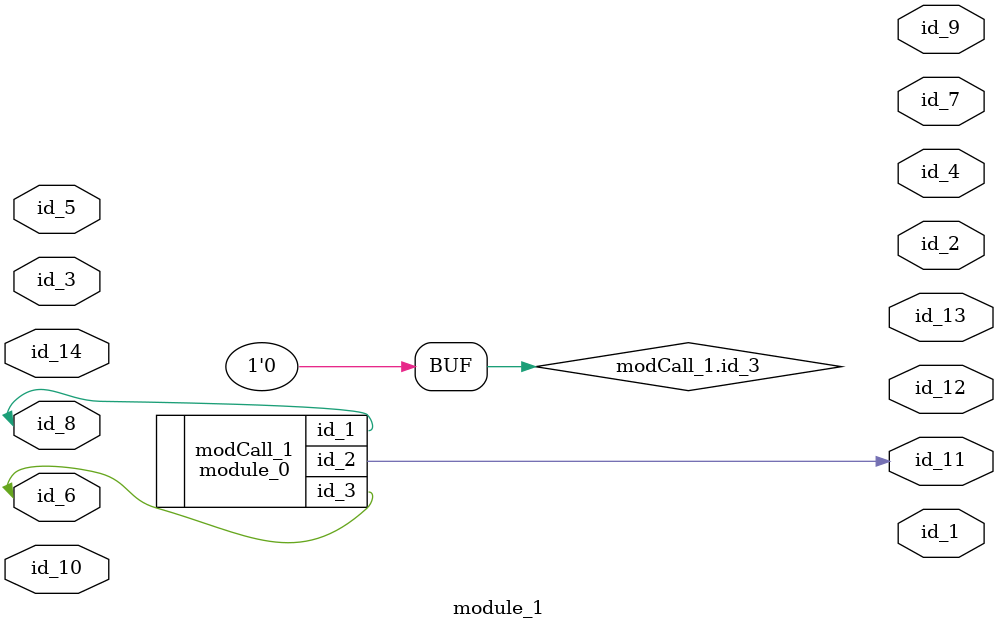
<source format=v>
module module_0 (
    id_1,
    id_2,
    id_3
);
  inout wire id_3;
  output wire id_2;
  inout wire id_1;
  integer id_4;
  always @(posedge id_3 or posedge 1'h0) #1;
endmodule
module module_1 (
    id_1,
    id_2,
    id_3,
    id_4,
    id_5,
    id_6,
    id_7,
    id_8,
    id_9,
    id_10,
    id_11,
    id_12,
    id_13,
    id_14
);
  inout wire id_14;
  output wire id_13;
  output wire id_12;
  output wire id_11;
  input wire id_10;
  output wire id_9;
  inout wire id_8;
  output wire id_7;
  inout wire id_6;
  inout wire id_5;
  output wire id_4;
  inout wire id_3;
  output wire id_2;
  output wire id_1;
  assign id_3[1] = id_5;
  module_0 modCall_1 (
      id_8,
      id_11,
      id_6
  );
  assign modCall_1.id_3 = 0;
endmodule

</source>
